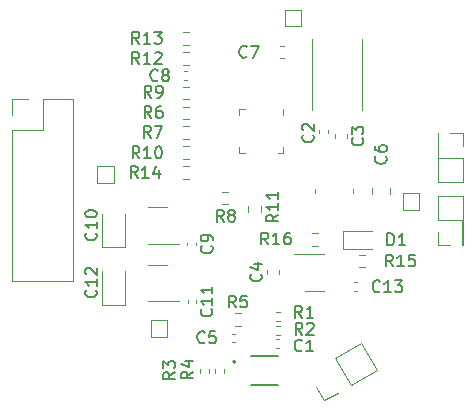
<source format=gbr>
%TF.GenerationSoftware,KiCad,Pcbnew,7.0.5*%
%TF.CreationDate,2023-06-06T16:57:07-04:00*%
%TF.ProjectId,PWR,5057522e-6b69-4636-9164-5f7063625858,rev?*%
%TF.SameCoordinates,Original*%
%TF.FileFunction,Legend,Top*%
%TF.FilePolarity,Positive*%
%FSLAX46Y46*%
G04 Gerber Fmt 4.6, Leading zero omitted, Abs format (unit mm)*
G04 Created by KiCad (PCBNEW 7.0.5) date 2023-06-06 16:57:07*
%MOMM*%
%LPD*%
G01*
G04 APERTURE LIST*
%ADD10C,0.150000*%
%ADD11C,0.120000*%
%ADD12C,0.127000*%
%ADD13C,0.200000*%
G04 APERTURE END LIST*
D10*
%TO.C,C5*%
X144213333Y-108309580D02*
X144165714Y-108357200D01*
X144165714Y-108357200D02*
X144022857Y-108404819D01*
X144022857Y-108404819D02*
X143927619Y-108404819D01*
X143927619Y-108404819D02*
X143784762Y-108357200D01*
X143784762Y-108357200D02*
X143689524Y-108261961D01*
X143689524Y-108261961D02*
X143641905Y-108166723D01*
X143641905Y-108166723D02*
X143594286Y-107976247D01*
X143594286Y-107976247D02*
X143594286Y-107833390D01*
X143594286Y-107833390D02*
X143641905Y-107642914D01*
X143641905Y-107642914D02*
X143689524Y-107547676D01*
X143689524Y-107547676D02*
X143784762Y-107452438D01*
X143784762Y-107452438D02*
X143927619Y-107404819D01*
X143927619Y-107404819D02*
X144022857Y-107404819D01*
X144022857Y-107404819D02*
X144165714Y-107452438D01*
X144165714Y-107452438D02*
X144213333Y-107500057D01*
X145118095Y-107404819D02*
X144641905Y-107404819D01*
X144641905Y-107404819D02*
X144594286Y-107881009D01*
X144594286Y-107881009D02*
X144641905Y-107833390D01*
X144641905Y-107833390D02*
X144737143Y-107785771D01*
X144737143Y-107785771D02*
X144975238Y-107785771D01*
X144975238Y-107785771D02*
X145070476Y-107833390D01*
X145070476Y-107833390D02*
X145118095Y-107881009D01*
X145118095Y-107881009D02*
X145165714Y-107976247D01*
X145165714Y-107976247D02*
X145165714Y-108214342D01*
X145165714Y-108214342D02*
X145118095Y-108309580D01*
X145118095Y-108309580D02*
X145070476Y-108357200D01*
X145070476Y-108357200D02*
X144975238Y-108404819D01*
X144975238Y-108404819D02*
X144737143Y-108404819D01*
X144737143Y-108404819D02*
X144641905Y-108357200D01*
X144641905Y-108357200D02*
X144594286Y-108309580D01*
%TO.C,R3*%
X141687319Y-110866666D02*
X141211128Y-111199999D01*
X141687319Y-111438094D02*
X140687319Y-111438094D01*
X140687319Y-111438094D02*
X140687319Y-111057142D01*
X140687319Y-111057142D02*
X140734938Y-110961904D01*
X140734938Y-110961904D02*
X140782557Y-110914285D01*
X140782557Y-110914285D02*
X140877795Y-110866666D01*
X140877795Y-110866666D02*
X141020652Y-110866666D01*
X141020652Y-110866666D02*
X141115890Y-110914285D01*
X141115890Y-110914285D02*
X141163509Y-110961904D01*
X141163509Y-110961904D02*
X141211128Y-111057142D01*
X141211128Y-111057142D02*
X141211128Y-111438094D01*
X140687319Y-110533332D02*
X140687319Y-109914285D01*
X140687319Y-109914285D02*
X141068271Y-110247618D01*
X141068271Y-110247618D02*
X141068271Y-110104761D01*
X141068271Y-110104761D02*
X141115890Y-110009523D01*
X141115890Y-110009523D02*
X141163509Y-109961904D01*
X141163509Y-109961904D02*
X141258747Y-109914285D01*
X141258747Y-109914285D02*
X141496842Y-109914285D01*
X141496842Y-109914285D02*
X141592080Y-109961904D01*
X141592080Y-109961904D02*
X141639700Y-110009523D01*
X141639700Y-110009523D02*
X141687319Y-110104761D01*
X141687319Y-110104761D02*
X141687319Y-110390475D01*
X141687319Y-110390475D02*
X141639700Y-110485713D01*
X141639700Y-110485713D02*
X141592080Y-110533332D01*
%TO.C,R15*%
X160137142Y-101894819D02*
X159803809Y-101418628D01*
X159565714Y-101894819D02*
X159565714Y-100894819D01*
X159565714Y-100894819D02*
X159946666Y-100894819D01*
X159946666Y-100894819D02*
X160041904Y-100942438D01*
X160041904Y-100942438D02*
X160089523Y-100990057D01*
X160089523Y-100990057D02*
X160137142Y-101085295D01*
X160137142Y-101085295D02*
X160137142Y-101228152D01*
X160137142Y-101228152D02*
X160089523Y-101323390D01*
X160089523Y-101323390D02*
X160041904Y-101371009D01*
X160041904Y-101371009D02*
X159946666Y-101418628D01*
X159946666Y-101418628D02*
X159565714Y-101418628D01*
X161089523Y-101894819D02*
X160518095Y-101894819D01*
X160803809Y-101894819D02*
X160803809Y-100894819D01*
X160803809Y-100894819D02*
X160708571Y-101037676D01*
X160708571Y-101037676D02*
X160613333Y-101132914D01*
X160613333Y-101132914D02*
X160518095Y-101180533D01*
X161994285Y-100894819D02*
X161518095Y-100894819D01*
X161518095Y-100894819D02*
X161470476Y-101371009D01*
X161470476Y-101371009D02*
X161518095Y-101323390D01*
X161518095Y-101323390D02*
X161613333Y-101275771D01*
X161613333Y-101275771D02*
X161851428Y-101275771D01*
X161851428Y-101275771D02*
X161946666Y-101323390D01*
X161946666Y-101323390D02*
X161994285Y-101371009D01*
X161994285Y-101371009D02*
X162041904Y-101466247D01*
X162041904Y-101466247D02*
X162041904Y-101704342D01*
X162041904Y-101704342D02*
X161994285Y-101799580D01*
X161994285Y-101799580D02*
X161946666Y-101847200D01*
X161946666Y-101847200D02*
X161851428Y-101894819D01*
X161851428Y-101894819D02*
X161613333Y-101894819D01*
X161613333Y-101894819D02*
X161518095Y-101847200D01*
X161518095Y-101847200D02*
X161470476Y-101799580D01*
%TO.C,C4*%
X148959580Y-102556666D02*
X149007200Y-102604285D01*
X149007200Y-102604285D02*
X149054819Y-102747142D01*
X149054819Y-102747142D02*
X149054819Y-102842380D01*
X149054819Y-102842380D02*
X149007200Y-102985237D01*
X149007200Y-102985237D02*
X148911961Y-103080475D01*
X148911961Y-103080475D02*
X148816723Y-103128094D01*
X148816723Y-103128094D02*
X148626247Y-103175713D01*
X148626247Y-103175713D02*
X148483390Y-103175713D01*
X148483390Y-103175713D02*
X148292914Y-103128094D01*
X148292914Y-103128094D02*
X148197676Y-103080475D01*
X148197676Y-103080475D02*
X148102438Y-102985237D01*
X148102438Y-102985237D02*
X148054819Y-102842380D01*
X148054819Y-102842380D02*
X148054819Y-102747142D01*
X148054819Y-102747142D02*
X148102438Y-102604285D01*
X148102438Y-102604285D02*
X148150057Y-102556666D01*
X148388152Y-101699523D02*
X149054819Y-101699523D01*
X148007200Y-101937618D02*
X148721485Y-102175713D01*
X148721485Y-102175713D02*
X148721485Y-101556666D01*
%TO.C,C13*%
X159037142Y-103999580D02*
X158989523Y-104047200D01*
X158989523Y-104047200D02*
X158846666Y-104094819D01*
X158846666Y-104094819D02*
X158751428Y-104094819D01*
X158751428Y-104094819D02*
X158608571Y-104047200D01*
X158608571Y-104047200D02*
X158513333Y-103951961D01*
X158513333Y-103951961D02*
X158465714Y-103856723D01*
X158465714Y-103856723D02*
X158418095Y-103666247D01*
X158418095Y-103666247D02*
X158418095Y-103523390D01*
X158418095Y-103523390D02*
X158465714Y-103332914D01*
X158465714Y-103332914D02*
X158513333Y-103237676D01*
X158513333Y-103237676D02*
X158608571Y-103142438D01*
X158608571Y-103142438D02*
X158751428Y-103094819D01*
X158751428Y-103094819D02*
X158846666Y-103094819D01*
X158846666Y-103094819D02*
X158989523Y-103142438D01*
X158989523Y-103142438D02*
X159037142Y-103190057D01*
X159989523Y-104094819D02*
X159418095Y-104094819D01*
X159703809Y-104094819D02*
X159703809Y-103094819D01*
X159703809Y-103094819D02*
X159608571Y-103237676D01*
X159608571Y-103237676D02*
X159513333Y-103332914D01*
X159513333Y-103332914D02*
X159418095Y-103380533D01*
X160322857Y-103094819D02*
X160941904Y-103094819D01*
X160941904Y-103094819D02*
X160608571Y-103475771D01*
X160608571Y-103475771D02*
X160751428Y-103475771D01*
X160751428Y-103475771D02*
X160846666Y-103523390D01*
X160846666Y-103523390D02*
X160894285Y-103571009D01*
X160894285Y-103571009D02*
X160941904Y-103666247D01*
X160941904Y-103666247D02*
X160941904Y-103904342D01*
X160941904Y-103904342D02*
X160894285Y-103999580D01*
X160894285Y-103999580D02*
X160846666Y-104047200D01*
X160846666Y-104047200D02*
X160751428Y-104094819D01*
X160751428Y-104094819D02*
X160465714Y-104094819D01*
X160465714Y-104094819D02*
X160370476Y-104047200D01*
X160370476Y-104047200D02*
X160322857Y-103999580D01*
%TO.C,R13*%
X138652862Y-83049099D02*
X138319529Y-82572908D01*
X138081434Y-83049099D02*
X138081434Y-82049099D01*
X138081434Y-82049099D02*
X138462386Y-82049099D01*
X138462386Y-82049099D02*
X138557624Y-82096718D01*
X138557624Y-82096718D02*
X138605243Y-82144337D01*
X138605243Y-82144337D02*
X138652862Y-82239575D01*
X138652862Y-82239575D02*
X138652862Y-82382432D01*
X138652862Y-82382432D02*
X138605243Y-82477670D01*
X138605243Y-82477670D02*
X138557624Y-82525289D01*
X138557624Y-82525289D02*
X138462386Y-82572908D01*
X138462386Y-82572908D02*
X138081434Y-82572908D01*
X139605243Y-83049099D02*
X139033815Y-83049099D01*
X139319529Y-83049099D02*
X139319529Y-82049099D01*
X139319529Y-82049099D02*
X139224291Y-82191956D01*
X139224291Y-82191956D02*
X139129053Y-82287194D01*
X139129053Y-82287194D02*
X139033815Y-82334813D01*
X139938577Y-82049099D02*
X140557624Y-82049099D01*
X140557624Y-82049099D02*
X140224291Y-82430051D01*
X140224291Y-82430051D02*
X140367148Y-82430051D01*
X140367148Y-82430051D02*
X140462386Y-82477670D01*
X140462386Y-82477670D02*
X140510005Y-82525289D01*
X140510005Y-82525289D02*
X140557624Y-82620527D01*
X140557624Y-82620527D02*
X140557624Y-82858622D01*
X140557624Y-82858622D02*
X140510005Y-82953860D01*
X140510005Y-82953860D02*
X140462386Y-83001480D01*
X140462386Y-83001480D02*
X140367148Y-83049099D01*
X140367148Y-83049099D02*
X140081434Y-83049099D01*
X140081434Y-83049099D02*
X139986196Y-83001480D01*
X139986196Y-83001480D02*
X139938577Y-82953860D01*
%TO.C,R16*%
X149587142Y-100034819D02*
X149253809Y-99558628D01*
X149015714Y-100034819D02*
X149015714Y-99034819D01*
X149015714Y-99034819D02*
X149396666Y-99034819D01*
X149396666Y-99034819D02*
X149491904Y-99082438D01*
X149491904Y-99082438D02*
X149539523Y-99130057D01*
X149539523Y-99130057D02*
X149587142Y-99225295D01*
X149587142Y-99225295D02*
X149587142Y-99368152D01*
X149587142Y-99368152D02*
X149539523Y-99463390D01*
X149539523Y-99463390D02*
X149491904Y-99511009D01*
X149491904Y-99511009D02*
X149396666Y-99558628D01*
X149396666Y-99558628D02*
X149015714Y-99558628D01*
X150539523Y-100034819D02*
X149968095Y-100034819D01*
X150253809Y-100034819D02*
X150253809Y-99034819D01*
X150253809Y-99034819D02*
X150158571Y-99177676D01*
X150158571Y-99177676D02*
X150063333Y-99272914D01*
X150063333Y-99272914D02*
X149968095Y-99320533D01*
X151396666Y-99034819D02*
X151206190Y-99034819D01*
X151206190Y-99034819D02*
X151110952Y-99082438D01*
X151110952Y-99082438D02*
X151063333Y-99130057D01*
X151063333Y-99130057D02*
X150968095Y-99272914D01*
X150968095Y-99272914D02*
X150920476Y-99463390D01*
X150920476Y-99463390D02*
X150920476Y-99844342D01*
X150920476Y-99844342D02*
X150968095Y-99939580D01*
X150968095Y-99939580D02*
X151015714Y-99987200D01*
X151015714Y-99987200D02*
X151110952Y-100034819D01*
X151110952Y-100034819D02*
X151301428Y-100034819D01*
X151301428Y-100034819D02*
X151396666Y-99987200D01*
X151396666Y-99987200D02*
X151444285Y-99939580D01*
X151444285Y-99939580D02*
X151491904Y-99844342D01*
X151491904Y-99844342D02*
X151491904Y-99606247D01*
X151491904Y-99606247D02*
X151444285Y-99511009D01*
X151444285Y-99511009D02*
X151396666Y-99463390D01*
X151396666Y-99463390D02*
X151301428Y-99415771D01*
X151301428Y-99415771D02*
X151110952Y-99415771D01*
X151110952Y-99415771D02*
X151015714Y-99463390D01*
X151015714Y-99463390D02*
X150968095Y-99511009D01*
X150968095Y-99511009D02*
X150920476Y-99606247D01*
%TO.C,C1*%
X152443333Y-108999580D02*
X152395714Y-109047200D01*
X152395714Y-109047200D02*
X152252857Y-109094819D01*
X152252857Y-109094819D02*
X152157619Y-109094819D01*
X152157619Y-109094819D02*
X152014762Y-109047200D01*
X152014762Y-109047200D02*
X151919524Y-108951961D01*
X151919524Y-108951961D02*
X151871905Y-108856723D01*
X151871905Y-108856723D02*
X151824286Y-108666247D01*
X151824286Y-108666247D02*
X151824286Y-108523390D01*
X151824286Y-108523390D02*
X151871905Y-108332914D01*
X151871905Y-108332914D02*
X151919524Y-108237676D01*
X151919524Y-108237676D02*
X152014762Y-108142438D01*
X152014762Y-108142438D02*
X152157619Y-108094819D01*
X152157619Y-108094819D02*
X152252857Y-108094819D01*
X152252857Y-108094819D02*
X152395714Y-108142438D01*
X152395714Y-108142438D02*
X152443333Y-108190057D01*
X153395714Y-109094819D02*
X152824286Y-109094819D01*
X153110000Y-109094819D02*
X153110000Y-108094819D01*
X153110000Y-108094819D02*
X153014762Y-108237676D01*
X153014762Y-108237676D02*
X152919524Y-108332914D01*
X152919524Y-108332914D02*
X152824286Y-108380533D01*
%TO.C,R12*%
X138652862Y-84749099D02*
X138319529Y-84272908D01*
X138081434Y-84749099D02*
X138081434Y-83749099D01*
X138081434Y-83749099D02*
X138462386Y-83749099D01*
X138462386Y-83749099D02*
X138557624Y-83796718D01*
X138557624Y-83796718D02*
X138605243Y-83844337D01*
X138605243Y-83844337D02*
X138652862Y-83939575D01*
X138652862Y-83939575D02*
X138652862Y-84082432D01*
X138652862Y-84082432D02*
X138605243Y-84177670D01*
X138605243Y-84177670D02*
X138557624Y-84225289D01*
X138557624Y-84225289D02*
X138462386Y-84272908D01*
X138462386Y-84272908D02*
X138081434Y-84272908D01*
X139605243Y-84749099D02*
X139033815Y-84749099D01*
X139319529Y-84749099D02*
X139319529Y-83749099D01*
X139319529Y-83749099D02*
X139224291Y-83891956D01*
X139224291Y-83891956D02*
X139129053Y-83987194D01*
X139129053Y-83987194D02*
X139033815Y-84034813D01*
X139986196Y-83844337D02*
X140033815Y-83796718D01*
X140033815Y-83796718D02*
X140129053Y-83749099D01*
X140129053Y-83749099D02*
X140367148Y-83749099D01*
X140367148Y-83749099D02*
X140462386Y-83796718D01*
X140462386Y-83796718D02*
X140510005Y-83844337D01*
X140510005Y-83844337D02*
X140557624Y-83939575D01*
X140557624Y-83939575D02*
X140557624Y-84034813D01*
X140557624Y-84034813D02*
X140510005Y-84177670D01*
X140510005Y-84177670D02*
X139938577Y-84749099D01*
X139938577Y-84749099D02*
X140557624Y-84749099D01*
%TO.C,R11*%
X150434819Y-97512857D02*
X149958628Y-97846190D01*
X150434819Y-98084285D02*
X149434819Y-98084285D01*
X149434819Y-98084285D02*
X149434819Y-97703333D01*
X149434819Y-97703333D02*
X149482438Y-97608095D01*
X149482438Y-97608095D02*
X149530057Y-97560476D01*
X149530057Y-97560476D02*
X149625295Y-97512857D01*
X149625295Y-97512857D02*
X149768152Y-97512857D01*
X149768152Y-97512857D02*
X149863390Y-97560476D01*
X149863390Y-97560476D02*
X149911009Y-97608095D01*
X149911009Y-97608095D02*
X149958628Y-97703333D01*
X149958628Y-97703333D02*
X149958628Y-98084285D01*
X150434819Y-96560476D02*
X150434819Y-97131904D01*
X150434819Y-96846190D02*
X149434819Y-96846190D01*
X149434819Y-96846190D02*
X149577676Y-96941428D01*
X149577676Y-96941428D02*
X149672914Y-97036666D01*
X149672914Y-97036666D02*
X149720533Y-97131904D01*
X150434819Y-95608095D02*
X150434819Y-96179523D01*
X150434819Y-95893809D02*
X149434819Y-95893809D01*
X149434819Y-95893809D02*
X149577676Y-95989047D01*
X149577676Y-95989047D02*
X149672914Y-96084285D01*
X149672914Y-96084285D02*
X149720533Y-96179523D01*
%TO.C,R5*%
X146843333Y-105374819D02*
X146510000Y-104898628D01*
X146271905Y-105374819D02*
X146271905Y-104374819D01*
X146271905Y-104374819D02*
X146652857Y-104374819D01*
X146652857Y-104374819D02*
X146748095Y-104422438D01*
X146748095Y-104422438D02*
X146795714Y-104470057D01*
X146795714Y-104470057D02*
X146843333Y-104565295D01*
X146843333Y-104565295D02*
X146843333Y-104708152D01*
X146843333Y-104708152D02*
X146795714Y-104803390D01*
X146795714Y-104803390D02*
X146748095Y-104851009D01*
X146748095Y-104851009D02*
X146652857Y-104898628D01*
X146652857Y-104898628D02*
X146271905Y-104898628D01*
X147748095Y-104374819D02*
X147271905Y-104374819D01*
X147271905Y-104374819D02*
X147224286Y-104851009D01*
X147224286Y-104851009D02*
X147271905Y-104803390D01*
X147271905Y-104803390D02*
X147367143Y-104755771D01*
X147367143Y-104755771D02*
X147605238Y-104755771D01*
X147605238Y-104755771D02*
X147700476Y-104803390D01*
X147700476Y-104803390D02*
X147748095Y-104851009D01*
X147748095Y-104851009D02*
X147795714Y-104946247D01*
X147795714Y-104946247D02*
X147795714Y-105184342D01*
X147795714Y-105184342D02*
X147748095Y-105279580D01*
X147748095Y-105279580D02*
X147700476Y-105327200D01*
X147700476Y-105327200D02*
X147605238Y-105374819D01*
X147605238Y-105374819D02*
X147367143Y-105374819D01*
X147367143Y-105374819D02*
X147271905Y-105327200D01*
X147271905Y-105327200D02*
X147224286Y-105279580D01*
%TO.C,C11*%
X144759580Y-105522857D02*
X144807200Y-105570476D01*
X144807200Y-105570476D02*
X144854819Y-105713333D01*
X144854819Y-105713333D02*
X144854819Y-105808571D01*
X144854819Y-105808571D02*
X144807200Y-105951428D01*
X144807200Y-105951428D02*
X144711961Y-106046666D01*
X144711961Y-106046666D02*
X144616723Y-106094285D01*
X144616723Y-106094285D02*
X144426247Y-106141904D01*
X144426247Y-106141904D02*
X144283390Y-106141904D01*
X144283390Y-106141904D02*
X144092914Y-106094285D01*
X144092914Y-106094285D02*
X143997676Y-106046666D01*
X143997676Y-106046666D02*
X143902438Y-105951428D01*
X143902438Y-105951428D02*
X143854819Y-105808571D01*
X143854819Y-105808571D02*
X143854819Y-105713333D01*
X143854819Y-105713333D02*
X143902438Y-105570476D01*
X143902438Y-105570476D02*
X143950057Y-105522857D01*
X144854819Y-104570476D02*
X144854819Y-105141904D01*
X144854819Y-104856190D02*
X143854819Y-104856190D01*
X143854819Y-104856190D02*
X143997676Y-104951428D01*
X143997676Y-104951428D02*
X144092914Y-105046666D01*
X144092914Y-105046666D02*
X144140533Y-105141904D01*
X144854819Y-103618095D02*
X144854819Y-104189523D01*
X144854819Y-103903809D02*
X143854819Y-103903809D01*
X143854819Y-103903809D02*
X143997676Y-103999047D01*
X143997676Y-103999047D02*
X144092914Y-104094285D01*
X144092914Y-104094285D02*
X144140533Y-104189523D01*
%TO.C,C3*%
X157545300Y-91010946D02*
X157592920Y-91058565D01*
X157592920Y-91058565D02*
X157640539Y-91201422D01*
X157640539Y-91201422D02*
X157640539Y-91296660D01*
X157640539Y-91296660D02*
X157592920Y-91439517D01*
X157592920Y-91439517D02*
X157497681Y-91534755D01*
X157497681Y-91534755D02*
X157402443Y-91582374D01*
X157402443Y-91582374D02*
X157211967Y-91629993D01*
X157211967Y-91629993D02*
X157069110Y-91629993D01*
X157069110Y-91629993D02*
X156878634Y-91582374D01*
X156878634Y-91582374D02*
X156783396Y-91534755D01*
X156783396Y-91534755D02*
X156688158Y-91439517D01*
X156688158Y-91439517D02*
X156640539Y-91296660D01*
X156640539Y-91296660D02*
X156640539Y-91201422D01*
X156640539Y-91201422D02*
X156688158Y-91058565D01*
X156688158Y-91058565D02*
X156735777Y-91010946D01*
X156640539Y-90677612D02*
X156640539Y-90058565D01*
X156640539Y-90058565D02*
X157021491Y-90391898D01*
X157021491Y-90391898D02*
X157021491Y-90249041D01*
X157021491Y-90249041D02*
X157069110Y-90153803D01*
X157069110Y-90153803D02*
X157116729Y-90106184D01*
X157116729Y-90106184D02*
X157211967Y-90058565D01*
X157211967Y-90058565D02*
X157450062Y-90058565D01*
X157450062Y-90058565D02*
X157545300Y-90106184D01*
X157545300Y-90106184D02*
X157592920Y-90153803D01*
X157592920Y-90153803D02*
X157640539Y-90249041D01*
X157640539Y-90249041D02*
X157640539Y-90534755D01*
X157640539Y-90534755D02*
X157592920Y-90629993D01*
X157592920Y-90629993D02*
X157545300Y-90677612D01*
%TO.C,R10*%
X138682862Y-92749099D02*
X138349529Y-92272908D01*
X138111434Y-92749099D02*
X138111434Y-91749099D01*
X138111434Y-91749099D02*
X138492386Y-91749099D01*
X138492386Y-91749099D02*
X138587624Y-91796718D01*
X138587624Y-91796718D02*
X138635243Y-91844337D01*
X138635243Y-91844337D02*
X138682862Y-91939575D01*
X138682862Y-91939575D02*
X138682862Y-92082432D01*
X138682862Y-92082432D02*
X138635243Y-92177670D01*
X138635243Y-92177670D02*
X138587624Y-92225289D01*
X138587624Y-92225289D02*
X138492386Y-92272908D01*
X138492386Y-92272908D02*
X138111434Y-92272908D01*
X139635243Y-92749099D02*
X139063815Y-92749099D01*
X139349529Y-92749099D02*
X139349529Y-91749099D01*
X139349529Y-91749099D02*
X139254291Y-91891956D01*
X139254291Y-91891956D02*
X139159053Y-91987194D01*
X139159053Y-91987194D02*
X139063815Y-92034813D01*
X140254291Y-91749099D02*
X140349529Y-91749099D01*
X140349529Y-91749099D02*
X140444767Y-91796718D01*
X140444767Y-91796718D02*
X140492386Y-91844337D01*
X140492386Y-91844337D02*
X140540005Y-91939575D01*
X140540005Y-91939575D02*
X140587624Y-92130051D01*
X140587624Y-92130051D02*
X140587624Y-92368146D01*
X140587624Y-92368146D02*
X140540005Y-92558622D01*
X140540005Y-92558622D02*
X140492386Y-92653860D01*
X140492386Y-92653860D02*
X140444767Y-92701480D01*
X140444767Y-92701480D02*
X140349529Y-92749099D01*
X140349529Y-92749099D02*
X140254291Y-92749099D01*
X140254291Y-92749099D02*
X140159053Y-92701480D01*
X140159053Y-92701480D02*
X140111434Y-92653860D01*
X140111434Y-92653860D02*
X140063815Y-92558622D01*
X140063815Y-92558622D02*
X140016196Y-92368146D01*
X140016196Y-92368146D02*
X140016196Y-92130051D01*
X140016196Y-92130051D02*
X140063815Y-91939575D01*
X140063815Y-91939575D02*
X140111434Y-91844337D01*
X140111434Y-91844337D02*
X140159053Y-91796718D01*
X140159053Y-91796718D02*
X140254291Y-91749099D01*
%TO.C,R1*%
X152450833Y-106264819D02*
X152117500Y-105788628D01*
X151879405Y-106264819D02*
X151879405Y-105264819D01*
X151879405Y-105264819D02*
X152260357Y-105264819D01*
X152260357Y-105264819D02*
X152355595Y-105312438D01*
X152355595Y-105312438D02*
X152403214Y-105360057D01*
X152403214Y-105360057D02*
X152450833Y-105455295D01*
X152450833Y-105455295D02*
X152450833Y-105598152D01*
X152450833Y-105598152D02*
X152403214Y-105693390D01*
X152403214Y-105693390D02*
X152355595Y-105741009D01*
X152355595Y-105741009D02*
X152260357Y-105788628D01*
X152260357Y-105788628D02*
X151879405Y-105788628D01*
X153403214Y-106264819D02*
X152831786Y-106264819D01*
X153117500Y-106264819D02*
X153117500Y-105264819D01*
X153117500Y-105264819D02*
X153022262Y-105407676D01*
X153022262Y-105407676D02*
X152927024Y-105502914D01*
X152927024Y-105502914D02*
X152831786Y-105550533D01*
%TO.C,C10*%
X134989580Y-99072857D02*
X135037200Y-99120476D01*
X135037200Y-99120476D02*
X135084819Y-99263333D01*
X135084819Y-99263333D02*
X135084819Y-99358571D01*
X135084819Y-99358571D02*
X135037200Y-99501428D01*
X135037200Y-99501428D02*
X134941961Y-99596666D01*
X134941961Y-99596666D02*
X134846723Y-99644285D01*
X134846723Y-99644285D02*
X134656247Y-99691904D01*
X134656247Y-99691904D02*
X134513390Y-99691904D01*
X134513390Y-99691904D02*
X134322914Y-99644285D01*
X134322914Y-99644285D02*
X134227676Y-99596666D01*
X134227676Y-99596666D02*
X134132438Y-99501428D01*
X134132438Y-99501428D02*
X134084819Y-99358571D01*
X134084819Y-99358571D02*
X134084819Y-99263333D01*
X134084819Y-99263333D02*
X134132438Y-99120476D01*
X134132438Y-99120476D02*
X134180057Y-99072857D01*
X135084819Y-98120476D02*
X135084819Y-98691904D01*
X135084819Y-98406190D02*
X134084819Y-98406190D01*
X134084819Y-98406190D02*
X134227676Y-98501428D01*
X134227676Y-98501428D02*
X134322914Y-98596666D01*
X134322914Y-98596666D02*
X134370533Y-98691904D01*
X134084819Y-97501428D02*
X134084819Y-97406190D01*
X134084819Y-97406190D02*
X134132438Y-97310952D01*
X134132438Y-97310952D02*
X134180057Y-97263333D01*
X134180057Y-97263333D02*
X134275295Y-97215714D01*
X134275295Y-97215714D02*
X134465771Y-97168095D01*
X134465771Y-97168095D02*
X134703866Y-97168095D01*
X134703866Y-97168095D02*
X134894342Y-97215714D01*
X134894342Y-97215714D02*
X134989580Y-97263333D01*
X134989580Y-97263333D02*
X135037200Y-97310952D01*
X135037200Y-97310952D02*
X135084819Y-97406190D01*
X135084819Y-97406190D02*
X135084819Y-97501428D01*
X135084819Y-97501428D02*
X135037200Y-97596666D01*
X135037200Y-97596666D02*
X134989580Y-97644285D01*
X134989580Y-97644285D02*
X134894342Y-97691904D01*
X134894342Y-97691904D02*
X134703866Y-97739523D01*
X134703866Y-97739523D02*
X134465771Y-97739523D01*
X134465771Y-97739523D02*
X134275295Y-97691904D01*
X134275295Y-97691904D02*
X134180057Y-97644285D01*
X134180057Y-97644285D02*
X134132438Y-97596666D01*
X134132438Y-97596666D02*
X134084819Y-97501428D01*
%TO.C,R14*%
X138522862Y-94419099D02*
X138189529Y-93942908D01*
X137951434Y-94419099D02*
X137951434Y-93419099D01*
X137951434Y-93419099D02*
X138332386Y-93419099D01*
X138332386Y-93419099D02*
X138427624Y-93466718D01*
X138427624Y-93466718D02*
X138475243Y-93514337D01*
X138475243Y-93514337D02*
X138522862Y-93609575D01*
X138522862Y-93609575D02*
X138522862Y-93752432D01*
X138522862Y-93752432D02*
X138475243Y-93847670D01*
X138475243Y-93847670D02*
X138427624Y-93895289D01*
X138427624Y-93895289D02*
X138332386Y-93942908D01*
X138332386Y-93942908D02*
X137951434Y-93942908D01*
X139475243Y-94419099D02*
X138903815Y-94419099D01*
X139189529Y-94419099D02*
X139189529Y-93419099D01*
X139189529Y-93419099D02*
X139094291Y-93561956D01*
X139094291Y-93561956D02*
X138999053Y-93657194D01*
X138999053Y-93657194D02*
X138903815Y-93704813D01*
X140332386Y-93752432D02*
X140332386Y-94419099D01*
X140094291Y-93371480D02*
X139856196Y-94085765D01*
X139856196Y-94085765D02*
X140475243Y-94085765D01*
%TO.C,C2*%
X153355300Y-90770946D02*
X153402920Y-90818565D01*
X153402920Y-90818565D02*
X153450539Y-90961422D01*
X153450539Y-90961422D02*
X153450539Y-91056660D01*
X153450539Y-91056660D02*
X153402920Y-91199517D01*
X153402920Y-91199517D02*
X153307681Y-91294755D01*
X153307681Y-91294755D02*
X153212443Y-91342374D01*
X153212443Y-91342374D02*
X153021967Y-91389993D01*
X153021967Y-91389993D02*
X152879110Y-91389993D01*
X152879110Y-91389993D02*
X152688634Y-91342374D01*
X152688634Y-91342374D02*
X152593396Y-91294755D01*
X152593396Y-91294755D02*
X152498158Y-91199517D01*
X152498158Y-91199517D02*
X152450539Y-91056660D01*
X152450539Y-91056660D02*
X152450539Y-90961422D01*
X152450539Y-90961422D02*
X152498158Y-90818565D01*
X152498158Y-90818565D02*
X152545777Y-90770946D01*
X152545777Y-90389993D02*
X152498158Y-90342374D01*
X152498158Y-90342374D02*
X152450539Y-90247136D01*
X152450539Y-90247136D02*
X152450539Y-90009041D01*
X152450539Y-90009041D02*
X152498158Y-89913803D01*
X152498158Y-89913803D02*
X152545777Y-89866184D01*
X152545777Y-89866184D02*
X152641015Y-89818565D01*
X152641015Y-89818565D02*
X152736253Y-89818565D01*
X152736253Y-89818565D02*
X152879110Y-89866184D01*
X152879110Y-89866184D02*
X153450539Y-90437612D01*
X153450539Y-90437612D02*
X153450539Y-89818565D01*
%TO.C,D1*%
X159684405Y-100114819D02*
X159684405Y-99114819D01*
X159684405Y-99114819D02*
X159922500Y-99114819D01*
X159922500Y-99114819D02*
X160065357Y-99162438D01*
X160065357Y-99162438D02*
X160160595Y-99257676D01*
X160160595Y-99257676D02*
X160208214Y-99352914D01*
X160208214Y-99352914D02*
X160255833Y-99543390D01*
X160255833Y-99543390D02*
X160255833Y-99686247D01*
X160255833Y-99686247D02*
X160208214Y-99876723D01*
X160208214Y-99876723D02*
X160160595Y-99971961D01*
X160160595Y-99971961D02*
X160065357Y-100067200D01*
X160065357Y-100067200D02*
X159922500Y-100114819D01*
X159922500Y-100114819D02*
X159684405Y-100114819D01*
X161208214Y-100114819D02*
X160636786Y-100114819D01*
X160922500Y-100114819D02*
X160922500Y-99114819D01*
X160922500Y-99114819D02*
X160827262Y-99257676D01*
X160827262Y-99257676D02*
X160732024Y-99352914D01*
X160732024Y-99352914D02*
X160636786Y-99400533D01*
%TO.C,R9*%
X139683333Y-87604819D02*
X139350000Y-87128628D01*
X139111905Y-87604819D02*
X139111905Y-86604819D01*
X139111905Y-86604819D02*
X139492857Y-86604819D01*
X139492857Y-86604819D02*
X139588095Y-86652438D01*
X139588095Y-86652438D02*
X139635714Y-86700057D01*
X139635714Y-86700057D02*
X139683333Y-86795295D01*
X139683333Y-86795295D02*
X139683333Y-86938152D01*
X139683333Y-86938152D02*
X139635714Y-87033390D01*
X139635714Y-87033390D02*
X139588095Y-87081009D01*
X139588095Y-87081009D02*
X139492857Y-87128628D01*
X139492857Y-87128628D02*
X139111905Y-87128628D01*
X140159524Y-87604819D02*
X140350000Y-87604819D01*
X140350000Y-87604819D02*
X140445238Y-87557200D01*
X140445238Y-87557200D02*
X140492857Y-87509580D01*
X140492857Y-87509580D02*
X140588095Y-87366723D01*
X140588095Y-87366723D02*
X140635714Y-87176247D01*
X140635714Y-87176247D02*
X140635714Y-86795295D01*
X140635714Y-86795295D02*
X140588095Y-86700057D01*
X140588095Y-86700057D02*
X140540476Y-86652438D01*
X140540476Y-86652438D02*
X140445238Y-86604819D01*
X140445238Y-86604819D02*
X140254762Y-86604819D01*
X140254762Y-86604819D02*
X140159524Y-86652438D01*
X140159524Y-86652438D02*
X140111905Y-86700057D01*
X140111905Y-86700057D02*
X140064286Y-86795295D01*
X140064286Y-86795295D02*
X140064286Y-87033390D01*
X140064286Y-87033390D02*
X140111905Y-87128628D01*
X140111905Y-87128628D02*
X140159524Y-87176247D01*
X140159524Y-87176247D02*
X140254762Y-87223866D01*
X140254762Y-87223866D02*
X140445238Y-87223866D01*
X140445238Y-87223866D02*
X140540476Y-87176247D01*
X140540476Y-87176247D02*
X140588095Y-87128628D01*
X140588095Y-87128628D02*
X140635714Y-87033390D01*
%TO.C,C9*%
X144779580Y-100156666D02*
X144827200Y-100204285D01*
X144827200Y-100204285D02*
X144874819Y-100347142D01*
X144874819Y-100347142D02*
X144874819Y-100442380D01*
X144874819Y-100442380D02*
X144827200Y-100585237D01*
X144827200Y-100585237D02*
X144731961Y-100680475D01*
X144731961Y-100680475D02*
X144636723Y-100728094D01*
X144636723Y-100728094D02*
X144446247Y-100775713D01*
X144446247Y-100775713D02*
X144303390Y-100775713D01*
X144303390Y-100775713D02*
X144112914Y-100728094D01*
X144112914Y-100728094D02*
X144017676Y-100680475D01*
X144017676Y-100680475D02*
X143922438Y-100585237D01*
X143922438Y-100585237D02*
X143874819Y-100442380D01*
X143874819Y-100442380D02*
X143874819Y-100347142D01*
X143874819Y-100347142D02*
X143922438Y-100204285D01*
X143922438Y-100204285D02*
X143970057Y-100156666D01*
X144874819Y-99680475D02*
X144874819Y-99489999D01*
X144874819Y-99489999D02*
X144827200Y-99394761D01*
X144827200Y-99394761D02*
X144779580Y-99347142D01*
X144779580Y-99347142D02*
X144636723Y-99251904D01*
X144636723Y-99251904D02*
X144446247Y-99204285D01*
X144446247Y-99204285D02*
X144065295Y-99204285D01*
X144065295Y-99204285D02*
X143970057Y-99251904D01*
X143970057Y-99251904D02*
X143922438Y-99299523D01*
X143922438Y-99299523D02*
X143874819Y-99394761D01*
X143874819Y-99394761D02*
X143874819Y-99585237D01*
X143874819Y-99585237D02*
X143922438Y-99680475D01*
X143922438Y-99680475D02*
X143970057Y-99728094D01*
X143970057Y-99728094D02*
X144065295Y-99775713D01*
X144065295Y-99775713D02*
X144303390Y-99775713D01*
X144303390Y-99775713D02*
X144398628Y-99728094D01*
X144398628Y-99728094D02*
X144446247Y-99680475D01*
X144446247Y-99680475D02*
X144493866Y-99585237D01*
X144493866Y-99585237D02*
X144493866Y-99394761D01*
X144493866Y-99394761D02*
X144446247Y-99299523D01*
X144446247Y-99299523D02*
X144398628Y-99251904D01*
X144398628Y-99251904D02*
X144303390Y-99204285D01*
%TO.C,C6*%
X159519580Y-92586666D02*
X159567200Y-92634285D01*
X159567200Y-92634285D02*
X159614819Y-92777142D01*
X159614819Y-92777142D02*
X159614819Y-92872380D01*
X159614819Y-92872380D02*
X159567200Y-93015237D01*
X159567200Y-93015237D02*
X159471961Y-93110475D01*
X159471961Y-93110475D02*
X159376723Y-93158094D01*
X159376723Y-93158094D02*
X159186247Y-93205713D01*
X159186247Y-93205713D02*
X159043390Y-93205713D01*
X159043390Y-93205713D02*
X158852914Y-93158094D01*
X158852914Y-93158094D02*
X158757676Y-93110475D01*
X158757676Y-93110475D02*
X158662438Y-93015237D01*
X158662438Y-93015237D02*
X158614819Y-92872380D01*
X158614819Y-92872380D02*
X158614819Y-92777142D01*
X158614819Y-92777142D02*
X158662438Y-92634285D01*
X158662438Y-92634285D02*
X158710057Y-92586666D01*
X158614819Y-91729523D02*
X158614819Y-91919999D01*
X158614819Y-91919999D02*
X158662438Y-92015237D01*
X158662438Y-92015237D02*
X158710057Y-92062856D01*
X158710057Y-92062856D02*
X158852914Y-92158094D01*
X158852914Y-92158094D02*
X159043390Y-92205713D01*
X159043390Y-92205713D02*
X159424342Y-92205713D01*
X159424342Y-92205713D02*
X159519580Y-92158094D01*
X159519580Y-92158094D02*
X159567200Y-92110475D01*
X159567200Y-92110475D02*
X159614819Y-92015237D01*
X159614819Y-92015237D02*
X159614819Y-91824761D01*
X159614819Y-91824761D02*
X159567200Y-91729523D01*
X159567200Y-91729523D02*
X159519580Y-91681904D01*
X159519580Y-91681904D02*
X159424342Y-91634285D01*
X159424342Y-91634285D02*
X159186247Y-91634285D01*
X159186247Y-91634285D02*
X159091009Y-91681904D01*
X159091009Y-91681904D02*
X159043390Y-91729523D01*
X159043390Y-91729523D02*
X158995771Y-91824761D01*
X158995771Y-91824761D02*
X158995771Y-92015237D01*
X158995771Y-92015237D02*
X159043390Y-92110475D01*
X159043390Y-92110475D02*
X159091009Y-92158094D01*
X159091009Y-92158094D02*
X159186247Y-92205713D01*
%TO.C,C12*%
X134989580Y-103912857D02*
X135037200Y-103960476D01*
X135037200Y-103960476D02*
X135084819Y-104103333D01*
X135084819Y-104103333D02*
X135084819Y-104198571D01*
X135084819Y-104198571D02*
X135037200Y-104341428D01*
X135037200Y-104341428D02*
X134941961Y-104436666D01*
X134941961Y-104436666D02*
X134846723Y-104484285D01*
X134846723Y-104484285D02*
X134656247Y-104531904D01*
X134656247Y-104531904D02*
X134513390Y-104531904D01*
X134513390Y-104531904D02*
X134322914Y-104484285D01*
X134322914Y-104484285D02*
X134227676Y-104436666D01*
X134227676Y-104436666D02*
X134132438Y-104341428D01*
X134132438Y-104341428D02*
X134084819Y-104198571D01*
X134084819Y-104198571D02*
X134084819Y-104103333D01*
X134084819Y-104103333D02*
X134132438Y-103960476D01*
X134132438Y-103960476D02*
X134180057Y-103912857D01*
X135084819Y-102960476D02*
X135084819Y-103531904D01*
X135084819Y-103246190D02*
X134084819Y-103246190D01*
X134084819Y-103246190D02*
X134227676Y-103341428D01*
X134227676Y-103341428D02*
X134322914Y-103436666D01*
X134322914Y-103436666D02*
X134370533Y-103531904D01*
X134180057Y-102579523D02*
X134132438Y-102531904D01*
X134132438Y-102531904D02*
X134084819Y-102436666D01*
X134084819Y-102436666D02*
X134084819Y-102198571D01*
X134084819Y-102198571D02*
X134132438Y-102103333D01*
X134132438Y-102103333D02*
X134180057Y-102055714D01*
X134180057Y-102055714D02*
X134275295Y-102008095D01*
X134275295Y-102008095D02*
X134370533Y-102008095D01*
X134370533Y-102008095D02*
X134513390Y-102055714D01*
X134513390Y-102055714D02*
X135084819Y-102627142D01*
X135084819Y-102627142D02*
X135084819Y-102008095D01*
%TO.C,R2*%
X152483333Y-107674819D02*
X152150000Y-107198628D01*
X151911905Y-107674819D02*
X151911905Y-106674819D01*
X151911905Y-106674819D02*
X152292857Y-106674819D01*
X152292857Y-106674819D02*
X152388095Y-106722438D01*
X152388095Y-106722438D02*
X152435714Y-106770057D01*
X152435714Y-106770057D02*
X152483333Y-106865295D01*
X152483333Y-106865295D02*
X152483333Y-107008152D01*
X152483333Y-107008152D02*
X152435714Y-107103390D01*
X152435714Y-107103390D02*
X152388095Y-107151009D01*
X152388095Y-107151009D02*
X152292857Y-107198628D01*
X152292857Y-107198628D02*
X151911905Y-107198628D01*
X152864286Y-106770057D02*
X152911905Y-106722438D01*
X152911905Y-106722438D02*
X153007143Y-106674819D01*
X153007143Y-106674819D02*
X153245238Y-106674819D01*
X153245238Y-106674819D02*
X153340476Y-106722438D01*
X153340476Y-106722438D02*
X153388095Y-106770057D01*
X153388095Y-106770057D02*
X153435714Y-106865295D01*
X153435714Y-106865295D02*
X153435714Y-106960533D01*
X153435714Y-106960533D02*
X153388095Y-107103390D01*
X153388095Y-107103390D02*
X152816667Y-107674819D01*
X152816667Y-107674819D02*
X153435714Y-107674819D01*
%TO.C,R4*%
X143207319Y-110806666D02*
X142731128Y-111139999D01*
X143207319Y-111378094D02*
X142207319Y-111378094D01*
X142207319Y-111378094D02*
X142207319Y-110997142D01*
X142207319Y-110997142D02*
X142254938Y-110901904D01*
X142254938Y-110901904D02*
X142302557Y-110854285D01*
X142302557Y-110854285D02*
X142397795Y-110806666D01*
X142397795Y-110806666D02*
X142540652Y-110806666D01*
X142540652Y-110806666D02*
X142635890Y-110854285D01*
X142635890Y-110854285D02*
X142683509Y-110901904D01*
X142683509Y-110901904D02*
X142731128Y-110997142D01*
X142731128Y-110997142D02*
X142731128Y-111378094D01*
X142540652Y-109949523D02*
X143207319Y-109949523D01*
X142159700Y-110187618D02*
X142873985Y-110425713D01*
X142873985Y-110425713D02*
X142873985Y-109806666D01*
%TO.C,R6*%
X139683333Y-89334819D02*
X139350000Y-88858628D01*
X139111905Y-89334819D02*
X139111905Y-88334819D01*
X139111905Y-88334819D02*
X139492857Y-88334819D01*
X139492857Y-88334819D02*
X139588095Y-88382438D01*
X139588095Y-88382438D02*
X139635714Y-88430057D01*
X139635714Y-88430057D02*
X139683333Y-88525295D01*
X139683333Y-88525295D02*
X139683333Y-88668152D01*
X139683333Y-88668152D02*
X139635714Y-88763390D01*
X139635714Y-88763390D02*
X139588095Y-88811009D01*
X139588095Y-88811009D02*
X139492857Y-88858628D01*
X139492857Y-88858628D02*
X139111905Y-88858628D01*
X140540476Y-88334819D02*
X140350000Y-88334819D01*
X140350000Y-88334819D02*
X140254762Y-88382438D01*
X140254762Y-88382438D02*
X140207143Y-88430057D01*
X140207143Y-88430057D02*
X140111905Y-88572914D01*
X140111905Y-88572914D02*
X140064286Y-88763390D01*
X140064286Y-88763390D02*
X140064286Y-89144342D01*
X140064286Y-89144342D02*
X140111905Y-89239580D01*
X140111905Y-89239580D02*
X140159524Y-89287200D01*
X140159524Y-89287200D02*
X140254762Y-89334819D01*
X140254762Y-89334819D02*
X140445238Y-89334819D01*
X140445238Y-89334819D02*
X140540476Y-89287200D01*
X140540476Y-89287200D02*
X140588095Y-89239580D01*
X140588095Y-89239580D02*
X140635714Y-89144342D01*
X140635714Y-89144342D02*
X140635714Y-88906247D01*
X140635714Y-88906247D02*
X140588095Y-88811009D01*
X140588095Y-88811009D02*
X140540476Y-88763390D01*
X140540476Y-88763390D02*
X140445238Y-88715771D01*
X140445238Y-88715771D02*
X140254762Y-88715771D01*
X140254762Y-88715771D02*
X140159524Y-88763390D01*
X140159524Y-88763390D02*
X140111905Y-88811009D01*
X140111905Y-88811009D02*
X140064286Y-88906247D01*
%TO.C,C8*%
X140229053Y-86133860D02*
X140181434Y-86181480D01*
X140181434Y-86181480D02*
X140038577Y-86229099D01*
X140038577Y-86229099D02*
X139943339Y-86229099D01*
X139943339Y-86229099D02*
X139800482Y-86181480D01*
X139800482Y-86181480D02*
X139705244Y-86086241D01*
X139705244Y-86086241D02*
X139657625Y-85991003D01*
X139657625Y-85991003D02*
X139610006Y-85800527D01*
X139610006Y-85800527D02*
X139610006Y-85657670D01*
X139610006Y-85657670D02*
X139657625Y-85467194D01*
X139657625Y-85467194D02*
X139705244Y-85371956D01*
X139705244Y-85371956D02*
X139800482Y-85276718D01*
X139800482Y-85276718D02*
X139943339Y-85229099D01*
X139943339Y-85229099D02*
X140038577Y-85229099D01*
X140038577Y-85229099D02*
X140181434Y-85276718D01*
X140181434Y-85276718D02*
X140229053Y-85324337D01*
X140800482Y-85657670D02*
X140705244Y-85610051D01*
X140705244Y-85610051D02*
X140657625Y-85562432D01*
X140657625Y-85562432D02*
X140610006Y-85467194D01*
X140610006Y-85467194D02*
X140610006Y-85419575D01*
X140610006Y-85419575D02*
X140657625Y-85324337D01*
X140657625Y-85324337D02*
X140705244Y-85276718D01*
X140705244Y-85276718D02*
X140800482Y-85229099D01*
X140800482Y-85229099D02*
X140990958Y-85229099D01*
X140990958Y-85229099D02*
X141086196Y-85276718D01*
X141086196Y-85276718D02*
X141133815Y-85324337D01*
X141133815Y-85324337D02*
X141181434Y-85419575D01*
X141181434Y-85419575D02*
X141181434Y-85467194D01*
X141181434Y-85467194D02*
X141133815Y-85562432D01*
X141133815Y-85562432D02*
X141086196Y-85610051D01*
X141086196Y-85610051D02*
X140990958Y-85657670D01*
X140990958Y-85657670D02*
X140800482Y-85657670D01*
X140800482Y-85657670D02*
X140705244Y-85705289D01*
X140705244Y-85705289D02*
X140657625Y-85752908D01*
X140657625Y-85752908D02*
X140610006Y-85848146D01*
X140610006Y-85848146D02*
X140610006Y-86038622D01*
X140610006Y-86038622D02*
X140657625Y-86133860D01*
X140657625Y-86133860D02*
X140705244Y-86181480D01*
X140705244Y-86181480D02*
X140800482Y-86229099D01*
X140800482Y-86229099D02*
X140990958Y-86229099D01*
X140990958Y-86229099D02*
X141086196Y-86181480D01*
X141086196Y-86181480D02*
X141133815Y-86133860D01*
X141133815Y-86133860D02*
X141181434Y-86038622D01*
X141181434Y-86038622D02*
X141181434Y-85848146D01*
X141181434Y-85848146D02*
X141133815Y-85752908D01*
X141133815Y-85752908D02*
X141086196Y-85705289D01*
X141086196Y-85705289D02*
X140990958Y-85657670D01*
%TO.C,C7*%
X147767613Y-84125300D02*
X147719994Y-84172920D01*
X147719994Y-84172920D02*
X147577137Y-84220539D01*
X147577137Y-84220539D02*
X147481899Y-84220539D01*
X147481899Y-84220539D02*
X147339042Y-84172920D01*
X147339042Y-84172920D02*
X147243804Y-84077681D01*
X147243804Y-84077681D02*
X147196185Y-83982443D01*
X147196185Y-83982443D02*
X147148566Y-83791967D01*
X147148566Y-83791967D02*
X147148566Y-83649110D01*
X147148566Y-83649110D02*
X147196185Y-83458634D01*
X147196185Y-83458634D02*
X147243804Y-83363396D01*
X147243804Y-83363396D02*
X147339042Y-83268158D01*
X147339042Y-83268158D02*
X147481899Y-83220539D01*
X147481899Y-83220539D02*
X147577137Y-83220539D01*
X147577137Y-83220539D02*
X147719994Y-83268158D01*
X147719994Y-83268158D02*
X147767613Y-83315777D01*
X148100947Y-83220539D02*
X148767613Y-83220539D01*
X148767613Y-83220539D02*
X148339042Y-84220539D01*
%TO.C,R7*%
X139629053Y-91009099D02*
X139295720Y-90532908D01*
X139057625Y-91009099D02*
X139057625Y-90009099D01*
X139057625Y-90009099D02*
X139438577Y-90009099D01*
X139438577Y-90009099D02*
X139533815Y-90056718D01*
X139533815Y-90056718D02*
X139581434Y-90104337D01*
X139581434Y-90104337D02*
X139629053Y-90199575D01*
X139629053Y-90199575D02*
X139629053Y-90342432D01*
X139629053Y-90342432D02*
X139581434Y-90437670D01*
X139581434Y-90437670D02*
X139533815Y-90485289D01*
X139533815Y-90485289D02*
X139438577Y-90532908D01*
X139438577Y-90532908D02*
X139057625Y-90532908D01*
X139962387Y-90009099D02*
X140629053Y-90009099D01*
X140629053Y-90009099D02*
X140200482Y-91009099D01*
%TO.C,R8*%
X145823333Y-98114819D02*
X145490000Y-97638628D01*
X145251905Y-98114819D02*
X145251905Y-97114819D01*
X145251905Y-97114819D02*
X145632857Y-97114819D01*
X145632857Y-97114819D02*
X145728095Y-97162438D01*
X145728095Y-97162438D02*
X145775714Y-97210057D01*
X145775714Y-97210057D02*
X145823333Y-97305295D01*
X145823333Y-97305295D02*
X145823333Y-97448152D01*
X145823333Y-97448152D02*
X145775714Y-97543390D01*
X145775714Y-97543390D02*
X145728095Y-97591009D01*
X145728095Y-97591009D02*
X145632857Y-97638628D01*
X145632857Y-97638628D02*
X145251905Y-97638628D01*
X146394762Y-97543390D02*
X146299524Y-97495771D01*
X146299524Y-97495771D02*
X146251905Y-97448152D01*
X146251905Y-97448152D02*
X146204286Y-97352914D01*
X146204286Y-97352914D02*
X146204286Y-97305295D01*
X146204286Y-97305295D02*
X146251905Y-97210057D01*
X146251905Y-97210057D02*
X146299524Y-97162438D01*
X146299524Y-97162438D02*
X146394762Y-97114819D01*
X146394762Y-97114819D02*
X146585238Y-97114819D01*
X146585238Y-97114819D02*
X146680476Y-97162438D01*
X146680476Y-97162438D02*
X146728095Y-97210057D01*
X146728095Y-97210057D02*
X146775714Y-97305295D01*
X146775714Y-97305295D02*
X146775714Y-97352914D01*
X146775714Y-97352914D02*
X146728095Y-97448152D01*
X146728095Y-97448152D02*
X146680476Y-97495771D01*
X146680476Y-97495771D02*
X146585238Y-97543390D01*
X146585238Y-97543390D02*
X146394762Y-97543390D01*
X146394762Y-97543390D02*
X146299524Y-97591009D01*
X146299524Y-97591009D02*
X146251905Y-97638628D01*
X146251905Y-97638628D02*
X146204286Y-97733866D01*
X146204286Y-97733866D02*
X146204286Y-97924342D01*
X146204286Y-97924342D02*
X146251905Y-98019580D01*
X146251905Y-98019580D02*
X146299524Y-98067200D01*
X146299524Y-98067200D02*
X146394762Y-98114819D01*
X146394762Y-98114819D02*
X146585238Y-98114819D01*
X146585238Y-98114819D02*
X146680476Y-98067200D01*
X146680476Y-98067200D02*
X146728095Y-98019580D01*
X146728095Y-98019580D02*
X146775714Y-97924342D01*
X146775714Y-97924342D02*
X146775714Y-97733866D01*
X146775714Y-97733866D02*
X146728095Y-97638628D01*
X146728095Y-97638628D02*
X146680476Y-97591009D01*
X146680476Y-97591009D02*
X146585238Y-97543390D01*
D11*
%TO.C,C5*%
X146554165Y-107590000D02*
X146785835Y-107590000D01*
X146554165Y-108310000D02*
X146785835Y-108310000D01*
%TO.C,R3*%
X143792510Y-110907615D02*
X143792510Y-110572373D01*
X144552510Y-110907615D02*
X144552510Y-110572373D01*
%TO.C,R15*%
X157784724Y-101962500D02*
X157275276Y-101962500D01*
X157784724Y-100917500D02*
X157275276Y-100917500D01*
%TO.C,C4*%
X149520000Y-102536267D02*
X149520000Y-102243733D01*
X150540000Y-102536267D02*
X150540000Y-102243733D01*
%TO.C,U1*%
X140230000Y-100012500D02*
X142030000Y-100012500D01*
X140230000Y-100012500D02*
X139430000Y-100012500D01*
X140230000Y-96892500D02*
X141030000Y-96892500D01*
X140230000Y-96892500D02*
X139430000Y-96892500D01*
%TO.C,C13*%
X156844165Y-103230000D02*
X157075835Y-103230000D01*
X156844165Y-103950000D02*
X157075835Y-103950000D01*
%TO.C,TP1*%
X135120000Y-93440000D02*
X136520000Y-93440000D01*
X135120000Y-94840000D02*
X135120000Y-93440000D01*
X136520000Y-93440000D02*
X136520000Y-94840000D01*
X136520000Y-94840000D02*
X135120000Y-94840000D01*
%TO.C,R13*%
X142340996Y-82071780D02*
X142850444Y-82071780D01*
X142340996Y-83116780D02*
X142850444Y-83116780D01*
%TO.C,R16*%
X153784724Y-100152500D02*
X153275276Y-100152500D01*
X153784724Y-99107500D02*
X153275276Y-99107500D01*
%TO.C,C1*%
X150254165Y-108090000D02*
X150485835Y-108090000D01*
X150254165Y-108810000D02*
X150485835Y-108810000D01*
%TO.C,R12*%
X142340996Y-83771780D02*
X142850444Y-83771780D01*
X142340996Y-84816780D02*
X142850444Y-84816780D01*
%TO.C,L2*%
X157520000Y-82640000D02*
X157520000Y-88640000D01*
X153320000Y-82640000D02*
X153320000Y-88640000D01*
%TO.C,R11*%
X147897500Y-97294724D02*
X147897500Y-96785276D01*
X148942500Y-97294724D02*
X148942500Y-96785276D01*
%TO.C,R5*%
X146755276Y-105877500D02*
X147264724Y-105877500D01*
X146755276Y-106922500D02*
X147264724Y-106922500D01*
%TO.C,C11*%
X143490000Y-104774165D02*
X143490000Y-105005835D01*
X142770000Y-104774165D02*
X142770000Y-105005835D01*
%TO.C,U2*%
X147135720Y-88584280D02*
X147610720Y-88584280D01*
X150855720Y-89059280D02*
X150855720Y-88584280D01*
X147135720Y-89059280D02*
X147135720Y-88584280D01*
X150855720Y-91829280D02*
X150855720Y-92304280D01*
X147135720Y-91829280D02*
X147135720Y-92304280D01*
X150855720Y-92304280D02*
X150380720Y-92304280D01*
X147135720Y-92304280D02*
X147610720Y-92304280D01*
%TO.C,C3*%
X156265720Y-90698013D02*
X156265720Y-90990547D01*
X155245720Y-90698013D02*
X155245720Y-90990547D01*
%TO.C,R10*%
X142340996Y-91731780D02*
X142850444Y-91731780D01*
X142340996Y-92776780D02*
X142850444Y-92776780D01*
%TO.C,R1*%
X150222379Y-105740000D02*
X150557621Y-105740000D01*
X150222379Y-106500000D02*
X150557621Y-106500000D01*
%TO.C,C10*%
X135520000Y-100290000D02*
X137440000Y-100290000D01*
X137440000Y-100290000D02*
X137440000Y-97430000D01*
X135520000Y-97430000D02*
X135520000Y-100290000D01*
%TO.C,R14*%
X142340996Y-93431780D02*
X142850444Y-93431780D01*
X142340996Y-94476780D02*
X142850444Y-94476780D01*
%TO.C,L1*%
X156770000Y-95314280D02*
X156770000Y-95714280D01*
X153570000Y-95314280D02*
X153570000Y-95714280D01*
%TO.C,C2*%
X154605720Y-90378445D02*
X154605720Y-90610115D01*
X153885720Y-90378445D02*
X153885720Y-90610115D01*
%TO.C,J4*%
X166060000Y-90640000D02*
X166060000Y-91700000D01*
X165000000Y-90640000D02*
X166060000Y-90640000D01*
X164000000Y-90640000D02*
X163940000Y-90640000D01*
X164000000Y-90640000D02*
X164000000Y-92700000D01*
X163940000Y-90640000D02*
X163940000Y-94760000D01*
X166060000Y-92700000D02*
X166060000Y-94760000D01*
X164000000Y-92700000D02*
X166060000Y-92700000D01*
X166060000Y-94760000D02*
X163940000Y-94760000D01*
%TO.C,U4*%
X153530000Y-100830000D02*
X151730000Y-100830000D01*
X153530000Y-100830000D02*
X154330000Y-100830000D01*
X153530000Y-103950000D02*
X152730000Y-103950000D01*
X153530000Y-103950000D02*
X154330000Y-103950000D01*
%TO.C,D1*%
X155915000Y-98925000D02*
X155915000Y-100395000D01*
X155915000Y-100395000D02*
X158375000Y-100395000D01*
X158375000Y-98925000D02*
X155915000Y-98925000D01*
%TO.C,R9*%
X142345276Y-86677500D02*
X142854724Y-86677500D01*
X142345276Y-87722500D02*
X142854724Y-87722500D01*
%TO.C,C9*%
X143470000Y-99884165D02*
X143470000Y-100115835D01*
X142750000Y-99884165D02*
X142750000Y-100115835D01*
%TO.C,TP3*%
X150970000Y-80190000D02*
X152370000Y-80190000D01*
X150970000Y-81590000D02*
X150970000Y-80190000D01*
X152370000Y-80190000D02*
X152370000Y-81590000D01*
X152370000Y-81590000D02*
X150970000Y-81590000D01*
%TO.C,C6*%
X158410720Y-95775532D02*
X158410720Y-95253028D01*
X159880720Y-95775532D02*
X159880720Y-95253028D01*
%TO.C,C12*%
X135520000Y-105140000D02*
X137440000Y-105140000D01*
X137440000Y-105140000D02*
X137440000Y-102280000D01*
X135520000Y-102280000D02*
X135520000Y-105140000D01*
%TO.C,TP4*%
X139650000Y-106480000D02*
X141050000Y-106480000D01*
X139650000Y-107880000D02*
X139650000Y-106480000D01*
X141050000Y-106480000D02*
X141050000Y-107880000D01*
X141050000Y-107880000D02*
X139650000Y-107880000D01*
%TO.C,J3*%
X163940000Y-100060000D02*
X163940000Y-99000000D01*
X165000000Y-100060000D02*
X163940000Y-100060000D01*
X166000000Y-100060000D02*
X166060000Y-100060000D01*
X166000000Y-100060000D02*
X166000000Y-98000000D01*
X166060000Y-100060000D02*
X166060000Y-95940000D01*
X163940000Y-98000000D02*
X163940000Y-95940000D01*
X166000000Y-98000000D02*
X163940000Y-98000000D01*
X163940000Y-95940000D02*
X166060000Y-95940000D01*
%TO.C,J1*%
X154309004Y-113254314D02*
X153644004Y-112102500D01*
X155460818Y-112589314D02*
X154309004Y-113254314D01*
X156560670Y-111954314D02*
X158812336Y-110654314D01*
X156560670Y-111954314D02*
X155230670Y-109650686D01*
X158812336Y-110654314D02*
X157482336Y-108350686D01*
X155230670Y-109650686D02*
X157482336Y-108350686D01*
%TO.C,R2*%
X150222379Y-106910000D02*
X150557621Y-106910000D01*
X150222379Y-107670000D02*
X150557621Y-107670000D01*
%TO.C,R4*%
X145122500Y-110917621D02*
X145122500Y-110582379D01*
X145882500Y-110917621D02*
X145882500Y-110582379D01*
D12*
%TO.C,IC1*%
X148102500Y-109515000D02*
X150402500Y-109515000D01*
X148102500Y-111925000D02*
X150402500Y-111925000D01*
D13*
X146827500Y-109970000D02*
G75*
G03*
X146827500Y-109970000I-100000J0D01*
G01*
D11*
%TO.C,R6*%
X142844724Y-89412500D02*
X142335276Y-89412500D01*
X142844724Y-88367500D02*
X142335276Y-88367500D01*
%TO.C,C8*%
X142711555Y-86084280D02*
X142479885Y-86084280D01*
X142711555Y-85364280D02*
X142479885Y-85364280D01*
%TO.C,C7*%
X150916267Y-84230000D02*
X150623733Y-84230000D01*
X150916267Y-83210000D02*
X150623733Y-83210000D01*
%TO.C,R7*%
X142340996Y-90031780D02*
X142850444Y-90031780D01*
X142340996Y-91076780D02*
X142850444Y-91076780D01*
%TO.C,TP2*%
X160960000Y-95720000D02*
X162360000Y-95720000D01*
X160960000Y-97120000D02*
X160960000Y-95720000D01*
X162360000Y-95720000D02*
X162360000Y-97120000D01*
X162360000Y-97120000D02*
X160960000Y-97120000D01*
%TO.C,U3*%
X140230000Y-104862500D02*
X142030000Y-104862500D01*
X140230000Y-104862500D02*
X139430000Y-104862500D01*
X140230000Y-101742500D02*
X141030000Y-101742500D01*
X140230000Y-101742500D02*
X139430000Y-101742500D01*
%TO.C,J2*%
X127895000Y-87770000D02*
X129225000Y-87770000D01*
X127895000Y-89100000D02*
X127895000Y-87770000D01*
X127895000Y-90370000D02*
X127895000Y-103130000D01*
X127895000Y-90370000D02*
X130495000Y-90370000D01*
X127895000Y-103130000D02*
X133095000Y-103130000D01*
X130495000Y-87770000D02*
X133095000Y-87770000D01*
X130495000Y-90370000D02*
X130495000Y-87770000D01*
X133095000Y-87770000D02*
X133095000Y-103130000D01*
%TO.C,R8*%
X146194724Y-96632500D02*
X145685276Y-96632500D01*
X146194724Y-95587500D02*
X145685276Y-95587500D01*
%TD*%
M02*

</source>
